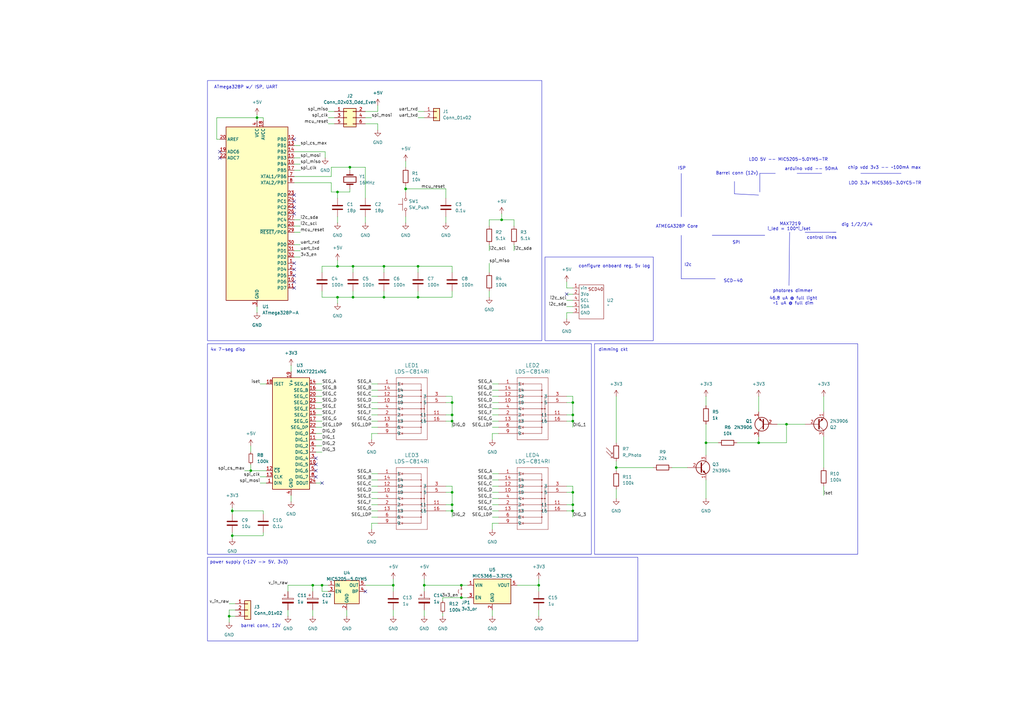
<source format=kicad_sch>
(kicad_sch (version 20231120) (generator "eeschema") (generator_version "8.0")
  (paper "A3")
  (junction (at 128.27 240.03))
  (junction (at 132.08 240.03))
  (junction (at 138.43 78.74))
  (junction (at 185.42 165.1))
  (junction (at 157.48 109.22))
  (junction (at 105.41 48.26))
  (junction (at 189.23 245.11))
  (junction (at 234.95 165.1))
  (junction (at 144.78 109.22))
  (junction (at 138.43 121.92))
  (junction (at 161.29 240.03))
  (junction (at 144.78 121.92))
  (junction (at 93.98 252.73))
  (junction (at 171.45 121.92))
  (junction (at 234.95 172.72))
  (junction (at 166.37 77.47))
  (junction (at 311.15 181.61))
  (junction (at 171.45 109.22))
  (junction (at 185.42 201.93))
  (junction (at 173.99 240.03))
  (junction (at 289.56 181.61))
  (junction (at 185.42 209.55))
  (junction (at 189.23 240.03))
  (junction (at 234.95 201.93))
  (junction (at 95.25 219.71))
  (junction (at 234.95 209.55))
  (junction (at 234.95 170.18))
  (junction (at 252.73 191.77))
  (junction (at 185.42 207.01))
  (junction (at 143.51 68.58))
  (junction (at 157.48 121.92))
  (junction (at 95.25 209.55))
  (junction (at 185.42 170.18))
  (junction (at 138.43 109.22))
  (junction (at 205.74 90.17))
  (junction (at 102.87 193.04))
  (junction (at 185.42 172.72))
  (junction (at 220.98 240.03))
  (junction (at 234.95 207.01))
  (junction (at 322.58 173.99))
  (no_connect (at 120.65 80.01))
  (no_connect (at 129.54 190.5))
  (no_connect (at 129.54 187.96))
  (no_connect (at 120.65 110.49))
  (no_connect (at 90.17 62.23))
  (no_connect (at 120.65 118.11))
  (no_connect (at 132.08 198.12))
  (no_connect (at 120.65 113.03))
  (no_connect (at 120.65 87.63))
  (no_connect (at 149.86 242.57))
  (no_connect (at 90.17 64.77))
  (no_connect (at 120.65 85.09))
  (no_connect (at 120.65 107.95))
  (no_connect (at 120.65 115.57))
  (no_connect (at 120.65 82.55))
  (no_connect (at 232.41 120.65))
  (no_connect (at 129.54 195.58))
  (no_connect (at 120.65 57.15))
  (no_connect (at 129.54 193.04))
  (wire (pts (xy 161.29 240.03) (xy 149.86 240.03)))
  (wire (pts (xy 289.56 181.61) (xy 294.64 181.61)))
  (wire (pts (xy 152.4 175.26) (xy 154.94 175.26)))
  (wire (pts (xy 201.93 209.55) (xy 204.47 209.55)))
  (wire (pts (xy 201.93 160.02) (xy 204.47 160.02)))
  (wire (pts (xy 152.4 207.01) (xy 154.94 207.01)))
  (wire (pts (xy 88.9 57.15) (xy 88.9 48.26)))
  (wire (pts (xy 152.4 165.1) (xy 154.94 165.1)))
  (wire (pts (xy 149.86 68.58) (xy 143.51 68.58)))
  (wire (pts (xy 120.65 92.71) (xy 123.19 92.71)))
  (wire (pts (xy 152.4 199.39) (xy 154.94 199.39)))
  (wire (pts (xy 138.43 121.92) (xy 144.78 121.92)))
  (wire (pts (xy 322.58 181.61) (xy 322.58 173.99)))
  (wire (pts (xy 161.29 250.19) (xy 161.29 252.73)))
  (wire (pts (xy 161.29 240.03) (xy 161.29 242.57)))
  (wire (pts (xy 106.68 198.12) (xy 109.22 198.12)))
  (wire (pts (xy 152.4 214.63) (xy 154.94 214.63)))
  (wire (pts (xy 252.73 191.77) (xy 252.73 193.04)))
  (wire (pts (xy 134.62 45.72) (xy 137.16 45.72)))
  (wire (pts (xy 95.25 218.44) (xy 95.25 219.71)))
  (wire (pts (xy 232.41 115.57) (xy 232.41 118.11)))
  (wire (pts (xy 181.61 246.38) (xy 181.61 245.11)))
  (wire (pts (xy 144.78 119.38) (xy 144.78 121.92)))
  (wire (pts (xy 106.68 157.48) (xy 109.22 157.48)))
  (wire (pts (xy 105.41 125.73) (xy 105.41 128.27)))
  (wire (pts (xy 118.11 240.03) (xy 128.27 240.03)))
  (wire (pts (xy 134.62 242.57) (xy 132.08 242.57)))
  (wire (pts (xy 311.15 162.56) (xy 311.15 168.91)))
  (polyline (pts (xy 301.244 79.502) (xy 311.15 80.01)))
  (wire (pts (xy 189.23 240.03) (xy 191.77 240.03)))
  (wire (pts (xy 95.25 209.55) (xy 95.25 210.82)))
  (wire (pts (xy 152.4 177.8) (xy 152.4 180.34)))
  (wire (pts (xy 120.65 105.41) (xy 123.19 105.41)))
  (wire (pts (xy 128.27 240.03) (xy 128.27 242.57)))
  (wire (pts (xy 201.93 199.39) (xy 204.47 199.39)))
  (wire (pts (xy 234.95 207.01) (xy 234.95 209.55)))
  (wire (pts (xy 143.51 77.47) (xy 143.51 78.74)))
  (wire (pts (xy 102.87 182.88) (xy 102.87 185.42)))
  (wire (pts (xy 157.48 109.22) (xy 157.48 111.76)))
  (wire (pts (xy 157.48 109.22) (xy 171.45 109.22)))
  (wire (pts (xy 152.4 160.02) (xy 154.94 160.02)))
  (wire (pts (xy 232.41 118.11) (xy 234.95 118.11)))
  (wire (pts (xy 96.52 250.19) (xy 93.98 250.19)))
  (wire (pts (xy 232.41 172.72) (xy 234.95 172.72)))
  (polyline (pts (xy 292.1 96.52) (xy 313.69 96.52)))
  (wire (pts (xy 132.08 109.22) (xy 138.43 109.22)))
  (wire (pts (xy 252.73 189.23) (xy 252.73 191.77)))
  (wire (pts (xy 232.41 209.55) (xy 234.95 209.55)))
  (wire (pts (xy 181.61 251.46) (xy 181.61 252.73)))
  (wire (pts (xy 234.95 165.1) (xy 234.95 170.18)))
  (wire (pts (xy 234.95 201.93) (xy 234.95 207.01)))
  (wire (pts (xy 185.42 172.72) (xy 185.42 175.26)))
  (wire (pts (xy 185.42 119.38) (xy 185.42 121.92)))
  (polyline (pts (xy 279.4 96.52) (xy 279.4 114.3)))
  (wire (pts (xy 144.78 121.92) (xy 157.48 121.92)))
  (wire (pts (xy 138.43 121.92) (xy 138.43 124.46)))
  (polyline (pts (xy 353.06 71.12) (xy 369.57 71.12)))
  (wire (pts (xy 157.48 121.92) (xy 171.45 121.92)))
  (wire (pts (xy 154.94 50.8) (xy 154.94 53.34)))
  (wire (pts (xy 152.4 194.31) (xy 154.94 194.31)))
  (wire (pts (xy 129.54 177.8) (xy 132.08 177.8)))
  (wire (pts (xy 205.74 87.63) (xy 205.74 90.17)))
  (wire (pts (xy 205.74 90.17) (xy 200.66 90.17)))
  (wire (pts (xy 152.4 209.55) (xy 154.94 209.55)))
  (wire (pts (xy 182.88 88.9) (xy 182.88 91.44)))
  (wire (pts (xy 289.56 181.61) (xy 289.56 186.69)))
  (wire (pts (xy 138.43 109.22) (xy 144.78 109.22)))
  (wire (pts (xy 120.65 74.93) (xy 135.89 74.93)))
  (wire (pts (xy 138.43 88.9) (xy 138.43 91.44)))
  (wire (pts (xy 134.62 50.8) (xy 137.16 50.8)))
  (wire (pts (xy 93.98 247.65) (xy 96.52 247.65)))
  (wire (pts (xy 100.33 193.04) (xy 102.87 193.04)))
  (wire (pts (xy 182.88 77.47) (xy 182.88 81.28)))
  (wire (pts (xy 120.65 95.25) (xy 123.19 95.25)))
  (wire (pts (xy 129.54 185.42) (xy 132.08 185.42)))
  (wire (pts (xy 191.77 245.11) (xy 189.23 245.11)))
  (wire (pts (xy 311.15 181.61) (xy 322.58 181.61)))
  (wire (pts (xy 138.43 78.74) (xy 138.43 81.28)))
  (polyline (pts (xy 323.85 95.25) (xy 323.596 117.094)))
  (wire (pts (xy 185.42 199.39) (xy 185.42 201.93)))
  (wire (pts (xy 129.54 162.56) (xy 132.08 162.56)))
  (polyline (pts (xy 326.898 71.12) (xy 337.058 71.12)))
  (wire (pts (xy 149.86 50.8) (xy 154.94 50.8)))
  (wire (pts (xy 106.68 195.58) (xy 109.22 195.58)))
  (wire (pts (xy 234.95 199.39) (xy 234.95 201.93)))
  (wire (pts (xy 182.88 165.1) (xy 185.42 165.1)))
  (wire (pts (xy 118.11 250.19) (xy 118.11 252.73)))
  (wire (pts (xy 171.45 45.72) (xy 173.99 45.72)))
  (wire (pts (xy 107.95 48.26) (xy 107.95 49.53)))
  (wire (pts (xy 133.35 62.23) (xy 133.35 64.77)))
  (wire (pts (xy 210.82 90.17) (xy 205.74 90.17)))
  (wire (pts (xy 181.61 245.11) (xy 189.23 245.11)))
  (wire (pts (xy 337.82 162.56) (xy 337.82 168.91)))
  (wire (pts (xy 120.65 100.33) (xy 123.19 100.33)))
  (wire (pts (xy 182.88 162.56) (xy 185.42 162.56)))
  (wire (pts (xy 201.93 177.8) (xy 204.47 177.8)))
  (wire (pts (xy 166.37 77.47) (xy 182.88 77.47)))
  (wire (pts (xy 232.41 123.19) (xy 234.95 123.19)))
  (wire (pts (xy 149.86 48.26) (xy 152.4 48.26)))
  (wire (pts (xy 102.87 190.5) (xy 102.87 193.04)))
  (wire (pts (xy 318.77 173.99) (xy 322.58 173.99)))
  (wire (pts (xy 129.54 175.26) (xy 132.08 175.26)))
  (wire (pts (xy 201.93 167.64) (xy 204.47 167.64)))
  (wire (pts (xy 201.93 214.63) (xy 204.47 214.63)))
  (polyline (pts (xy 279.4 71.12) (xy 279.4 88.9)))
  (wire (pts (xy 138.43 78.74) (xy 135.89 78.74)))
  (wire (pts (xy 171.45 48.26) (xy 173.99 48.26)))
  (wire (pts (xy 311.15 179.07) (xy 311.15 181.61)))
  (wire (pts (xy 134.62 48.26) (xy 137.16 48.26)))
  (wire (pts (xy 232.41 165.1) (xy 234.95 165.1)))
  (wire (pts (xy 152.4 177.8) (xy 154.94 177.8)))
  (wire (pts (xy 185.42 162.56) (xy 185.42 165.1)))
  (wire (pts (xy 129.54 167.64) (xy 132.08 167.64)))
  (wire (pts (xy 201.93 162.56) (xy 204.47 162.56)))
  (polyline (pts (xy 341.63 95.25) (xy 342.9 95.25)))
  (wire (pts (xy 129.54 170.18) (xy 132.08 170.18)))
  (wire (pts (xy 232.41 125.73) (xy 234.95 125.73)))
  (wire (pts (xy 129.54 157.48) (xy 132.08 157.48)))
  (wire (pts (xy 120.65 90.17) (xy 123.19 90.17)))
  (wire (pts (xy 95.25 219.71) (xy 95.25 220.98)))
  (wire (pts (xy 234.95 172.72) (xy 234.95 175.26)))
  (wire (pts (xy 200.66 90.17) (xy 200.66 92.71)))
  (wire (pts (xy 275.59 191.77) (xy 281.94 191.77)))
  (wire (pts (xy 182.88 172.72) (xy 185.42 172.72)))
  (wire (pts (xy 129.54 180.34) (xy 132.08 180.34)))
  (wire (pts (xy 166.37 66.04) (xy 166.37 68.58)))
  (wire (pts (xy 154.94 43.18) (xy 154.94 45.72)))
  (wire (pts (xy 201.93 214.63) (xy 201.93 217.17)))
  (wire (pts (xy 129.54 172.72) (xy 132.08 172.72)))
  (wire (pts (xy 232.41 207.01) (xy 234.95 207.01)))
  (wire (pts (xy 185.42 109.22) (xy 185.42 111.76)))
  (wire (pts (xy 182.88 199.39) (xy 185.42 199.39)))
  (polyline (pts (xy 301.244 74.422) (xy 301.244 79.502)))
  (wire (pts (xy 337.82 179.07) (xy 337.82 191.77)))
  (wire (pts (xy 212.09 240.03) (xy 220.98 240.03)))
  (wire (pts (xy 93.98 252.73) (xy 93.98 255.27)))
  (polyline (pts (xy 279.4 114.3) (xy 293.37 114.3)))
  (wire (pts (xy 120.65 102.87) (xy 123.19 102.87)))
  (wire (pts (xy 135.89 78.74) (xy 135.89 74.93)))
  (wire (pts (xy 201.93 194.31) (xy 204.47 194.31)))
  (wire (pts (xy 152.4 162.56) (xy 154.94 162.56)))
  (wire (pts (xy 118.11 242.57) (xy 118.11 240.03)))
  (wire (pts (xy 182.88 209.55) (xy 185.42 209.55)))
  (wire (pts (xy 129.54 165.1) (xy 132.08 165.1)))
  (wire (pts (xy 142.24 250.19) (xy 142.24 252.73)))
  (wire (pts (xy 201.93 170.18) (xy 204.47 170.18)))
  (wire (pts (xy 185.42 165.1) (xy 185.42 170.18)))
  (wire (pts (xy 234.95 209.55) (xy 234.95 212.09)))
  (wire (pts (xy 105.41 48.26) (xy 107.95 48.26)))
  (wire (pts (xy 201.93 207.01) (xy 204.47 207.01)))
  (wire (pts (xy 132.08 242.57) (xy 132.08 240.03)))
  (wire (pts (xy 201.93 172.72) (xy 204.47 172.72)))
  (wire (pts (xy 166.37 77.47) (xy 166.37 78.74)))
  (wire (pts (xy 232.41 199.39) (xy 234.95 199.39)))
  (wire (pts (xy 166.37 76.2) (xy 166.37 77.47)))
  (wire (pts (xy 210.82 92.71) (xy 210.82 90.17)))
  (wire (pts (xy 182.88 201.93) (xy 185.42 201.93)))
  (wire (pts (xy 138.43 106.68) (xy 138.43 109.22)))
  (wire (pts (xy 143.51 68.58) (xy 143.51 69.85)))
  (wire (pts (xy 232.41 170.18) (xy 234.95 170.18)))
  (wire (pts (xy 152.4 201.93) (xy 154.94 201.93)))
  (wire (pts (xy 95.25 219.71) (xy 107.95 219.71)))
  (wire (pts (xy 210.82 100.33) (xy 210.82 102.87)))
  (wire (pts (xy 232.41 162.56) (xy 234.95 162.56)))
  (wire (pts (xy 252.73 162.56) (xy 252.73 181.61)))
  (wire (pts (xy 144.78 109.22) (xy 157.48 109.22)))
  (wire (pts (xy 132.08 240.03) (xy 134.62 240.03)))
  (wire (pts (xy 201.93 165.1) (xy 204.47 165.1)))
  (wire (pts (xy 120.65 67.31) (xy 123.19 67.31)))
  (wire (pts (xy 120.65 62.23) (xy 133.35 62.23)))
  (wire (pts (xy 157.48 119.38) (xy 157.48 121.92)))
  (wire (pts (xy 171.45 109.22) (xy 171.45 111.76)))
  (wire (pts (xy 173.99 242.57) (xy 173.99 240.03)))
  (wire (pts (xy 232.41 120.65) (xy 234.95 120.65)))
  (polyline (pts (xy 330.2 95.25) (xy 342.9 95.25)))
  (wire (pts (xy 149.86 45.72) (xy 154.94 45.72)))
  (wire (pts (xy 220.98 237.49) (xy 220.98 240.03)))
  (wire (pts (xy 289.56 196.85) (xy 289.56 204.47)))
  (wire (pts (xy 201.93 212.09) (xy 204.47 212.09)))
  (wire (pts (xy 182.88 170.18) (xy 185.42 170.18)))
  (wire (pts (xy 232.41 128.27) (xy 234.95 128.27)))
  (wire (pts (xy 95.25 208.28) (xy 95.25 209.55)))
  (wire (pts (xy 105.41 46.99) (xy 105.41 48.26)))
  (wire (pts (xy 135.89 68.58) (xy 143.51 68.58)))
  (wire (pts (xy 185.42 170.18) (xy 185.42 172.72)))
  (wire (pts (xy 119.38 149.86) (xy 119.38 152.4)))
  (wire (pts (xy 144.78 109.22) (xy 144.78 111.76)))
  (wire (pts (xy 128.27 250.19) (xy 128.27 252.73)))
  (wire (pts (xy 128.27 240.03) (xy 132.08 240.03)))
  (wire (pts (xy 201.93 175.26) (xy 204.47 175.26)))
  (wire (pts (xy 93.98 250.19) (xy 93.98 252.73)))
  (wire (pts (xy 95.25 209.55) (xy 107.95 209.55)))
  (wire (pts (xy 173.99 240.03) (xy 189.23 240.03)))
  (wire (pts (xy 129.54 198.12) (xy 132.08 198.12)))
  (wire (pts (xy 201.93 204.47) (xy 204.47 204.47)))
  (wire (pts (xy 132.08 111.76) (xy 132.08 109.22)))
  (wire (pts (xy 152.4 212.09) (xy 154.94 212.09)))
  (wire (pts (xy 220.98 250.19) (xy 220.98 252.73)))
  (wire (pts (xy 161.29 237.49) (xy 161.29 240.03)))
  (wire (pts (xy 166.37 88.9) (xy 166.37 91.44)))
  (wire (pts (xy 234.95 162.56) (xy 234.95 165.1)))
  (wire (pts (xy 129.54 160.02) (xy 132.08 160.02)))
  (wire (pts (xy 152.4 214.63) (xy 152.4 217.17)))
  (wire (pts (xy 107.95 218.44) (xy 107.95 219.71)))
  (wire (pts (xy 289.56 162.56) (xy 289.56 166.37)))
  (wire (pts (xy 289.56 173.99) (xy 289.56 181.61)))
  (wire (pts (xy 302.26 181.61) (xy 311.15 181.61)))
  (wire (pts (xy 201.93 157.48) (xy 204.47 157.48)))
  (wire (pts (xy 107.95 210.82) (xy 107.95 209.55)))
  (wire (pts (xy 200.66 119.38) (xy 200.66 121.92)))
  (wire (pts (xy 132.08 121.92) (xy 138.43 121.92)))
  (wire (pts (xy 173.99 237.49) (xy 173.99 240.03)))
  (wire (pts (xy 102.87 193.04) (xy 109.22 193.04)))
  (wire (pts (xy 88.9 48.26) (xy 105.41 48.26)))
  (wire (pts (xy 149.86 68.58) (xy 149.86 81.28)))
  (wire (pts (xy 252.73 191.77) (xy 267.97 191.77)))
  (wire (pts (xy 90.17 57.15) (xy 88.9 57.15)))
  (wire (pts (xy 171.45 121.92) (xy 185.42 121.92)))
  (wire (pts (xy 149.86 88.9) (xy 149.86 91.44)))
  (wire (pts (xy 201.93 250.19) (xy 201.93 252.73)))
  (wire (pts (xy 152.4 204.47) (xy 154.94 204.47)))
  (polyline (pts (xy 311.658 78.74) (xy 311.658 71.12)))
  (wire (pts (xy 120.65 64.77) (xy 123.19 64.77)))
  (wire (pts (xy 135.89 72.39) (xy 135.89 68.58)))
  (wire (pts (xy 201.93 177.8) (xy 201.93 180.34)))
  (wire (pts (xy 120.65 59.69) (xy 123.19 59.69)))
  (wire (pts (xy 119.38 203.2) (xy 119.38 205.74)))
  (wire (pts (xy 152.4 167.64) (xy 154.94 167.64)))
  (wire (pts (xy 182.88 207.01) (xy 185.42 207.01)))
  (wire (pts (xy 120.65 72.39) (xy 135.89 72.39)))
  (wire (pts (xy 185.42 207.01) (xy 185.42 209.55)))
  (wire (pts (xy 152.4 157.48) (xy 154.94 157.48)))
  (wire (pts (xy 129.54 182.88) (xy 132.08 182.88)))
  (wire (pts (xy 185.42 201.93) (xy 185.42 207.01)))
  (wire (pts (xy 93.98 252.73) (xy 96.52 252.73)))
  (wire (pts (xy 143.51 78.74) (xy 138.43 78.74)))
  (wire (pts (xy 120.65 69.85) (xy 123.19 69.85)))
  (wire (pts (xy 200.66 107.95) (xy 200.66 111.76)))
  (wire (pts (xy 171.45 119.38) (xy 171.45 121.92)))
  (wire (pts (xy 200.66 100.33) (xy 200.66 102.87)))
  (wire (pts (xy 322.58 173.99) (xy 330.2 173.99)))
  (wire (pts (xy 220.98 240.03) (xy 220.98 242.57)))
  (wire (pts (xy 132.08 119.38) (xy 132.08 121.92)))
  (wire (pts (xy 105.41 48.26) (xy 105.41 49.53)))
  (wire (pts (xy 173.99 250.19) (xy 173.99 252.73)))
  (wire (pts (xy 185.42 209.55) (xy 185.42 212.09)))
  (wire (pts (xy 252.73 200.66) (xy 252.73 204.47)))
  (wire (pts (xy 201.93 201.93) (xy 204.47 201.93)))
  (wire (pts (xy 171.45 109.22) (xy 185.42 109.22)))
  (wire (pts (xy 337.82 199.39) (xy 337.82 203.2)))
  (wire (pts (xy 152.4 196.85) (xy 154.94 196.85)))
  (wire (pts (xy 201.93 196.85) (xy 204.47 196.85)))
  (polyline (pts (xy 311.658 71.12) (xy 318.008 71.12)))
  (wire (pts (xy 232.41 128.27) (xy 232.41 130.81)))
  (wire (pts (xy 234.95 170.18) (xy 234.95 172.72)))
  (wire (pts (xy 152.4 172.72) (xy 154.94 172.72)))
  (wire (pts (xy 152.4 170.18) (xy 154.94 170.18)))
  (wire (pts (xy 232.41 201.93) (xy 234.95 201.93)))
  (rectangle (start 243.84 140.97) (end 351.79 227.33))
  (rectangle (start 85.09 228.6) (end 261.62 262.89))
  (rectangle (start 85.09 140.97) (end 242.57 227.33))
  (rectangle (start 223.52 105.41) (end 267.97 139.7))
  (rectangle (start 85.09 33.02) (end 222.25 139.7))
  (text "power supply (~12V -> 5V, 3v3)" (at 102.108 230.632 0) (effects (font (size 1.27 1.27))))
  (text "i_led = 100*i_iset" (at 323.596 93.98 0) (effects (font (size 1.27 1.27))))
  (text "I2c" (at 282.194 108.712 0) (effects (font (size 1.27 1.27))))
  (text "control lines" (at 337.058 97.536 0) (effects (font (size 1.27 1.27))))
  (text "4x 7-seg disp" (at 93.472 143.51 0) (effects (font (size 1.27 1.27))))
  (text "dig 1/2/3/4" (at 351.536 92.202 0) (effects (font (size 1.27 1.27))))
  (text "dimming ckt" (at 251.46 143.51 0) (effects (font (size 1.27 1.27))))
  (text "barrel conn, 12V" (at 106.934 256.794 0) (effects (font (size 1.27 1.27))))
  (text "LDO 3.3v MIC5365-3.0YC5-TR" (at 362.966 75.184 0) (effects (font (size 1.27 1.27))))
  (text "46.8 uA @ full light\n~1 uA @ full dim" (at 325.374 123.444 0) (effects (font (size 1.27 1.27))))
  (text "ATMEGA328P Core" (at 277.622 92.964 0) (effects (font (size 1.27 1.27))))
  (text "photores dimmer" (at 325.12 119.38 0) (effects (font (size 1.27 1.27))))
  (text "Barrel conn (12v)" (at 302.26 71.12 0) (effects (font (size 1.27 1.27))))
  (text "LDO 5V -- MIC5205-5.0YM5-TR" (at 323.342 65.532 0) (effects (font (size 1.27 1.27))))
  (text "configure onboard reg, 5v log" (at 251.968 109.22 0) (effects (font (size 1.27 1.27))))
  (text "SCD-40" (at 300.736 115.316 0) (effects (font (size 1.27 1.27))))
  (text "chip vdd 3v3 -- ~100mA max" (at 362.712 68.834 0) (effects (font (size 1.27 1.27))))
  (text "ATmega328P w/ ISP, UART" (at 100.838 35.814 0) (effects (font (size 1.27 1.27))))
  (text "MAX7219" (at 324.104 91.948 0) (effects (font (size 1.27 1.27))))
  (text "ISP" (at 279.654 69.088 0) (effects (font (size 1.27 1.27))))
  (text "SPI" (at 302.006 99.568 0) (effects (font (size 1.27 1.27))))
  (text "arduino vdd -- 50mA" (at 332.74 69.342 0) (effects (font (size 1.27 1.27))))
  (label "SEG_B" (at 201.93 196.85 180))
  (label "v_in_raw" (at 118.11 240.03 180))
  (label "spi_miso" (at 200.66 107.95 0))
  (label "i2c_sda" (at 123.19 90.17 0))
  (label "SEG_A" (at 152.4 157.48 180))
  (label "SEG_E" (at 201.93 167.64 180))
  (label "SEG_D" (at 132.08 165.1 0))
  (label "DIG_3" (at 234.95 212.09 0))
  (label "SEG_B" (at 152.4 160.02 180))
  (label "SEG_B" (at 132.08 160.02 0))
  (label "SEG_E" (at 201.93 204.47 180))
  (label "SEG_A" (at 132.08 157.48 0))
  (label "uart_txd" (at 123.19 102.87 0))
  (label "3v3_en" (at 123.19 105.41 0))
  (label "SEG_G" (at 152.4 172.72 180))
  (label "spi_cs_max" (at 100.33 193.04 180))
  (label "iset" (at 337.82 203.2 0))
  (label "DIG_3" (at 132.08 185.42 0))
  (label "SEG_LDP" (at 201.93 175.26 180))
  (label "SEG_F" (at 152.4 207.01 180))
  (label "SEG_D" (at 152.4 201.93 180))
  (label "mcu_reset" (at 123.19 95.25 0))
  (label "SEG_F" (at 152.4 170.18 180))
  (label "spi_miso" (at 134.62 45.72 180))
  (label "SEG_G" (at 201.93 209.55 180))
  (label "SEG_E" (at 152.4 204.47 180))
  (label "SEG_C" (at 132.08 162.56 0))
  (label "uart_txd" (at 171.45 48.26 180))
  (label "mcu_reset" (at 172.72 77.47 0))
  (label "i2c_scl" (at 200.66 102.87 0))
  (label "uart_rxd" (at 123.19 100.33 0))
  (label "spi_cs_max" (at 123.19 59.69 0))
  (label "3v3_en" (at 187.96 245.11 180))
  (label "iset" (at 106.68 157.48 180))
  (label "SEG_LDP" (at 152.4 212.09 180))
  (label "i2c_sda" (at 210.82 102.87 0))
  (label "SEG_LDP" (at 201.93 212.09 180))
  (label "DIG_1" (at 132.08 180.34 0))
  (label "SEG_D" (at 152.4 165.1 180))
  (label "spi_mosi" (at 106.68 198.12 180))
  (label "SEG_D" (at 201.93 165.1 180))
  (label "SEG_F" (at 201.93 207.01 180))
  (label "DIG_2" (at 132.08 182.88 0))
  (label "SEG_G" (at 132.08 172.72 0))
  (label "SEG_LDP" (at 152.4 175.26 180))
  (label "SEG_B" (at 201.93 160.02 180))
  (label "SEG_C" (at 201.93 199.39 180))
  (label "spi_mosi" (at 123.19 64.77 0))
  (label "spi_clk" (at 106.68 195.58 180))
  (label "SEG_F" (at 201.93 170.18 180))
  (label "uart_rxd" (at 171.45 45.72 180))
  (label "SEG_E" (at 152.4 167.64 180))
  (label "DIG_2" (at 185.42 212.09 0))
  (label "DIG_0" (at 185.42 175.26 0))
  (label "i2c_sda" (at 232.41 125.73 180))
  (label "SEG_C" (at 152.4 199.39 180))
  (label "spi_mosi" (at 152.4 48.26 0))
  (label "SEG_C" (at 201.93 162.56 180))
  (label "DIG_1" (at 234.95 175.26 0))
  (label "SEG_G" (at 201.93 172.72 180))
  (label "SEG_F" (at 132.08 170.18 0))
  (label "SEG_LDP" (at 132.08 175.26 0))
  (label "SEG_D" (at 201.93 201.93 180))
  (label "spi_clk" (at 123.19 69.85 0))
  (label "SEG_A" (at 152.4 194.31 180))
  (label "SEG_A" (at 201.93 194.31 180))
  (label "SEG_G" (at 152.4 209.55 180))
  (label "spi_clk" (at 134.62 48.26 180))
  (label "v_in_raw" (at 93.98 247.65 180))
  (label "mcu_reset" (at 134.62 50.8 180))
  (label "SEG_A" (at 201.93 157.48 180))
  (label "DIG_0" (at 132.08 177.8 0))
  (label "i2c_scl" (at 232.41 123.19 180))
  (label "spi_miso" (at 123.19 67.31 0))
  (label "i2c_scl" (at 123.19 92.71 0))
  (label "SEG_E" (at 132.08 167.64 0))
  (label "SEG_B" (at 152.4 196.85 180))
  (label "SEG_C" (at 152.4 162.56 180))
  (symbol (lib_id "power:+3V3") (at 252.73 162.56 0) (unit 1)
    (property "Reference" "#PWR018" (effects (hide yes)))
    (property "Value" "+3V3" (at 252.73 157.48 0))
    (property "Description" "Power symbol creates a global label with name \"+3V3\"" (effects (hide yes)))
  )
  (symbol (lib_id "Device:Crystal") (at 143.51 73.66 90) (unit 1)
    (property "Reference" "Y1" (at 147.32 72.3899 90) (effects (justify right)))
    (property "Value" "16MHz" (at 147.32 74.9299 90) (effects (justify right)))
    (property "Footprint" "inv_footprints:XTAL_ECS-160-18-23A-EN-TR" (effects (hide yes)))
    (property "Description" "Two pin crystal" (effects (hide yes)))
    (property "stock_idx" "00028 " (effects (hide yes)))
    (property "Digikey" "https://www.digikey.com/en/products/detail/ecs-inc/ECS-160-18-23A-EN-TR/2213741" (effects (hide yes)))
  )
  (symbol (lib_id "power:GND") (at 93.98 255.27 0) (unit 1)
    (property "Reference" "#PWR043" (effects (hide yes)))
    (property "Value" "GND" (at 93.98 260.35 0))
    (property "Description" "Power symbol creates a global label with name \"GND\" , ground" (effects (hide yes)))
  )
  (symbol (lib_id "power:+3V3") (at 95.25 208.28 0) (unit 1)
    (property "Reference" "#PWR028" (effects (hide yes)))
    (property "Value" "+3V3" (at 95.25 203.2 0))
    (property "Description" "Power symbol creates a global label with name \"+3V3\"" (effects (hide yes)))
  )
  (symbol (lib_id "power:GND") (at 201.93 180.34 0) (unit 1)
    (property "Reference" "#PWR023" (effects (hide yes)))
    (property "Value" "GND" (at 201.93 185.42 0))
    (property "Description" "Power symbol creates a global label with name \"GND\" , ground" (effects (hide yes)))
  )
  (symbol (lib_id "inv_symbols:LDS-C814RI") (at 154.94 157.48 0) (unit 1)
    (property "Reference" "LED1" (at 168.91 149.86 0) (effects (font (size 1.524 1.524))))
    (property "Value" "LDS-C814RI" (at 168.91 152.4 0) (effects (font (size 1.524 1.524))))
    (property "Footprint" "inv_footprints:LDS-C814RI_LUM" (effects (hide yes)))
    (property "Datasheet" "LDS-C814RI" (effects (hide yes)))
    (property "stock_idx" "00050 " (effects (hide yes)))
    (property "Digikey" "https://www.digikey.com/en/products/detail/lumex-opto-components-inc/LDS-C814RI/252593" (effects (hide yes)))
  )
  (symbol (lib_id "Device:R") (at 298.45 181.61 90) (unit 1)
    (property "Reference" "R6" (at 298.45 175.26 90))
    (property "Value" "10k" (at 298.45 177.8 90))
    (property "Footprint" "Resistor_SMD:R_0805_2012Metric_Pad1.20x1.40mm_HandSolder" (effects (hide yes)))
    (property "Description" "Resistor" (effects (hide yes)))
    (property "stock_idx" "00051 " (effects (hide yes)))
    (property "Digikey" "https://www.digikey.com/en/products/detail/yageo/RC0805FR-0710KL/727535" (effects (hide yes)))
  )
  (symbol (lib_id "power:+5V") (at 102.87 182.88 0) (unit 1)
    (property "Reference" "#PWR024" (effects (hide yes)))
    (property "Value" "+5V" (at 102.87 177.8 0))
    (property "Description" "Power symbol creates a global label with name \"+5V\"" (effects (hide yes)))
  )
  (symbol (lib_id "Connector_Generic:Conn_01x02") (at 179.07 45.72 0) (unit 1)
    (property "Reference" "J1" (at 181.61 45.7199 0) (effects (justify left)))
    (property "Value" "Conn_01x02" (at 181.61 48.2599 0) (effects (justify left)))
    (property "Footprint" "Connector_PinHeader_2.54mm:PinHeader_1x02_P2.54mm_Vertical" (effects (hide yes)))
    (property "Description" "Generic connector, single row, 01x02, script generated (kicad-library-utils/schlib/autogen/connector/)" (effects (hide yes)))
    (property "stock_idx" "1" (effects (hide yes)))
  )
  (symbol (lib_id "Connector_Generic:Conn_01x03") (at 101.6 250.19 0) (unit 1)
    (property "Reference" "J3" (at 104.14 248.9199 0) (effects (justify left)))
    (property "Value" "Conn_01x02" (at 104.14 251.4599 0) (effects (justify left)))
    (property "Footprint" "inv_footprints:MPD_EJ508A" (effects (hide yes)))
    (property "Description" "Generic connector, single row, 01x03, script generated (kicad-library-utils/schlib/autogen/connector/)" (effects (hide yes)))
    (property "stock_idx" "00069 " (effects (hide yes)))
    (property "Digikey" "https://www.digikey.com/en/products/detail/mpd-memory-protection-devices/EJ508A/2439547" (effects (hide yes)))
  )
  (symbol (lib_id "power:+5V") (at 105.41 46.99 0) (unit 1)
    (property "Reference" "#PWR02" (effects (hide yes)))
    (property "Value" "+5V" (at 105.41 41.91 0))
    (property "Description" "Power symbol creates a global label with name \"+5V\"" (effects (hide yes)))
  )
  (symbol (lib_id "Switch:SW_Push") (at 166.37 83.82 90) (unit 1)
    (property "Reference" "SW1" (at 167.64 82.5499 90) (effects (justify right)))
    (property "Value" "SW_Push" (at 167.64 85.0899 90) (effects (justify right)))
    (property "Footprint" "inv_footprints:SKQGADE010" (effects (hide yes)))
    (property "Description" "Push button switch, generic, two pins" (effects (hide yes)))
    (property "stock_idx" "00044 " (effects (hide yes)))
    (property "Digikey" "https://www.digikey.com/en/products/detail/c-k/RS-187R05A2-DS-MT-RT/2747186" (effects (hide yes)))
  )
  (symbol (lib_id "power:+3V3") (at 289.56 162.56 0) (unit 1)
    (property "Reference" "#PWR019" (effects (hide yes)))
    (property "Value" "+3V3" (at 289.56 157.48 0))
    (property "Description" "Power symbol creates a global label with name \"+3V3\"" (effects (hide yes)))
  )
  (symbol (lib_id "power:+5V") (at 166.37 66.04 0) (unit 1)
    (property "Reference" "#PWR05" (effects (hide yes)))
    (property "Value" "+5V" (at 166.37 60.96 0))
    (property "Description" "Power symbol creates a global label with name \"+5V\"" (effects (hide yes)))
  )
  (symbol (lib_id "Device:R") (at 289.56 170.18 0) (unit 1)
    (property "Reference" "R5" (at 292.1 168.9099 0) (effects (justify left)))
    (property "Value" "1k" (at 292.1 171.4499 0) (effects (justify left)))
    (property "Footprint" "Resistor_SMD:R_0805_2012Metric_Pad1.20x1.40mm_HandSolder" (effects (hide yes)))
    (property "Description" "Resistor" (effects (hide yes)))
    (property "stock_idx" "00056 " (effects (hide yes)))
    (property "Digikey" "https://www.digikey.com/en/products/detail/yageo/RC0805FR-071KL/727444" (effects (hide yes)))
  )
  (symbol (lib_id "Regulator_Linear:MIC5366-3.3YC5") (at 201.93 242.57 0) (unit 1)
    (property "Reference" "U5" (at 201.93 233.68 0))
    (property "Value" "MIC5366-3.3YC5" (at 201.93 236.22 0))
    (property "Footprint" "Package_TO_SOT_SMD:SOT-353_SC-70-5" (effects (hide yes)))
    (property "Datasheet" "http://ww1.microchip.com/downloads/en/DeviceDoc/mic5365.pdf" (effects (hide yes)))
    (property "Description" "150mA Low-dropout Voltage Regulator, Vout 3.3V, Output discharge circuit, Vin up to 5.5V, SC-70-5" (effects (hide yes)))
    (property "stock_idx" "00067 " (effects (hide yes)))
    (property "Digikey" "https://www.digikey.com/en/products/detail/microchip-technology/MIC5366-3-3YC5-TR/1868116 " (effects (hide yes)))
  )
  (symbol (lib_id "Device:C") (at 132.08 115.57 0) (unit 1)
    (property "Reference" "C4" (at 135.89 114.2999 0) (effects (justify left)))
    (property "Value" "100n" (at 135.89 116.8399 0) (effects (justify left)))
    (property "Footprint" "Capacitor_SMD:C_0805_2012Metric_Pad1.18x1.45mm_HandSolder" (effects (hide yes)))
    (property "Description" "Unpolarized capacitor" (effects (hide yes)))
    (property "stock_idx" "00011 " (effects (hide yes)))
    (property "Digikey" "https://www.digikey.com/en/products/detail/samsung-electro-mechanics/CL21B104KBCNFNC/3888102" (effects (hide yes)))
  )
  (symbol (lib_id "power:GND") (at 181.61 252.73 0) (unit 1)
    (property "Reference" "#PWR040" (effects (hide yes)))
    (property "Value" "GND" (at 181.61 257.81 0))
    (property "Description" "Power symbol creates a global label with name \"GND\" , ground" (effects (hide yes)))
  )
  (symbol (lib_id "power:GND") (at 142.24 252.73 0) (unit 1)
    (property "Reference" "#PWR037" (effects (hide yes)))
    (property "Value" "GND" (at 142.24 257.81 0))
    (property "Description" "Power symbol creates a global label with name \"GND\" , ground" (effects (hide yes)))
  )
  (symbol (lib_id "Device:C") (at 107.95 214.63 0) (unit 1)
    (property "Reference" "C10" (at 111.76 213.3599 0) (effects (justify left)))
    (property "Value" "0.1u" (at 111.76 215.8999 0) (effects (justify left)))
    (property "Footprint" "Capacitor_SMD:C_0805_2012Metric_Pad1.18x1.45mm_HandSolder" (effects (hide yes)))
    (property "Description" "Unpolarized capacitor" (effects (hide yes)))
    (property "stock_idx" "00002 " (effects (hide yes)))
    (property "Digikey" "https://www.digikey.com/en/products/detail/yageo/CC0805KRX7R9BB104/302874" (effects (hide yes)))
  )
  (symbol (lib_id "Regulator_Linear:MIC5205-5.0YM5") (at 142.24 242.57 0) (unit 1)
    (property "Reference" "U4" (at 142.24 234.95 0))
    (property "Value" "MIC5205-5.0YM5" (at 142.24 237.49 0))
    (property "Footprint" "Package_TO_SOT_SMD:SOT-23-5" (effects (hide yes)))
    (property "Datasheet" "http://ww1.microchip.com/downloads/en/DeviceDoc/20005785A.pdf" (effects (hide yes)))
    (property "Description" "150mA low dropout linear regulator, fixed 5.0V output, SOT-23-5" (effects (hide yes)))
    (property "stock_idx" "00066 " (effects (hide yes)))
    (property "Digikey" "https://www.digikey.com/en/products/detail/microchip-technology/MIC5205-5-0YM5-TR/771730 " (effects (hide yes)))
  )
  (symbol (lib_id "power:GND") (at 252.73 204.47 0) (unit 1)
    (property "Reference" "#PWR025" (effects (hide yes)))
    (property "Value" "GND" (at 252.73 209.55 0))
    (property "Description" "Power symbol creates a global label with name \"GND\" , ground" (effects (hide yes)))
  )
  (symbol (lib_id "power:GND") (at 138.43 91.44 0) (unit 1)
    (property "Reference" "#PWR07" (effects (hide yes)))
    (property "Value" "GND" (at 138.43 96.52 0))
    (property "Description" "Power symbol creates a global label with name \"GND\" , ground" (effects (hide yes)))
  )
  (symbol (lib_id "Device:C") (at 161.29 246.38 0) (unit 1)
    (property "Reference" "C13" (at 165.1 245.1099 0) (effects (justify left)))
    (property "Value" "1u" (at 165.1 247.6499 0) (effects (justify left)))
    (property "Footprint" "Capacitor_SMD:C_0805_2012Metric_Pad1.18x1.45mm_HandSolder" (effects (hide yes)))
    (property "Description" "Unpolarized capacitor" (effects (hide yes)))
    (property "stock_idx" "00004 " (effects (hide yes)))
    (property "Digikey" "https://www.digikey.com/en/products/detail/samsung-electro-mechanics/CL21B105KAFNNNE/3886724 " (effects (hide yes)))
  )
  (symbol (lib_id "Device:R") (at 271.78 191.77 90) (unit 1)
    (property "Reference" "R9" (at 271.78 185.42 90))
    (property "Value" "22k" (at 271.78 187.96 90))
    (property "Footprint" "Resistor_SMD:R_0805_2012Metric_Pad1.20x1.40mm_HandSolder" (effects (hide yes)))
    (property "Description" "Resistor" (effects (hide yes)))
    (property "stock_idx" "00065 " (effects (hide yes)))
    (property "Digikey" "https://www.digikey.com/en/products/detail/stackpole-electronics-inc/RMCF0805FT22K1/1760211" (effects (hide yes)))
  )
  (symbol (lib_id "Device:C") (at 157.48 115.57 0) (unit 1)
    (property "Reference" "C6" (at 161.29 114.2999 0) (effects (justify left)))
    (property "Value" "100n" (at 161.29 116.8399 0) (effects (justify left)))
    (property "Footprint" "Capacitor_SMD:C_0805_2012Metric_Pad1.18x1.45mm_HandSolder" (effects (hide yes)))
    (property "Description" "Unpolarized capacitor" (effects (hide yes)))
    (property "stock_idx" "00011 " (effects (hide yes)))
    (property "Digikey" "https://www.digikey.com/en/products/detail/samsung-electro-mechanics/CL21B104KBCNFNC/3888102" (effects (hide yes)))
  )
  (symbol (lib_id "Device:R") (at 337.82 195.58 0) (unit 1)
    (property "Reference" "R10" (at 340.36 194.3099 0) (effects (justify left)))
    (property "Value" "100k" (at 340.36 196.8499 0) (effects (justify left)))
    (property "Footprint" "Resistor_SMD:R_0805_2012Metric_Pad1.20x1.40mm_HandSolder" (effects (hide yes)))
    (property "Description" "Resistor" (effects (hide yes)))
    (property "stock_idx" "00054 " (effects (hide yes)))
    (property "Digikey" "https://www.digikey.com/en/products/detail/yageo/RC0805FR-07100KL/727544" (effects (hide yes)))
  )
  (symbol (lib_id "power:+5V") (at 205.74 87.63 0) (unit 1)
    (property "Reference" "#PWR06" (effects (hide yes)))
    (property "Value" "+5V" (at 205.74 82.55 0))
    (property "Description" "Power symbol creates a global label with name \"+5V\"" (effects (hide yes)))
  )
  (symbol (lib_id "Device:R_Small") (at 181.61 248.92 0) (unit 1)
    (property "Reference" "R12" (at 184.15 247.6499 0) (effects (justify left)))
    (property "Value" "100k" (at 184.15 250.1899 0) (effects (justify left)))
    (property "Footprint" "Resistor_SMD:R_0805_2012Metric_Pad1.20x1.40mm_HandSolder" (effects (hide yes)))
    (property "Description" "Resistor, small symbol" (effects (hide yes)))
    (property "stock_idx" "00054 " (effects (hide yes)))
    (property "Digikey" "https://www.digikey.com/en/products/detail/yageo/RC0805FR-07100KL/727544" (effects (hide yes)))
  )
  (symbol (lib_id "power:GND") (at 201.93 252.73 0) (unit 1)
    (property "Reference" "#PWR041" (effects (hide yes)))
    (property "Value" "GND" (at 201.93 257.81 0))
    (property "Description" "Power symbol creates a global label with name \"GND\" , ground" (effects (hide yes)))
  )
  (symbol (lib_id "inv_symbols:LDS-C814RI") (at 204.47 157.48 0) (unit 1)
    (property "Reference" "LED2" (at 218.44 149.86 0) (effects (font (size 1.524 1.524))))
    (property "Value" "LDS-C814RI" (at 218.44 152.4 0) (effects (font (size 1.524 1.524))))
    (property "Footprint" "inv_footprints:LDS-C814RI_LUM" (effects (hide yes)))
    (property "Datasheet" "LDS-C814RI" (effects (hide yes)))
    (property "stock_idx" "00050 " (effects (hide yes)))
    (property "Digikey" "https://www.digikey.com/en/products/detail/lumex-opto-components-inc/LDS-C814RI/252593" (effects (hide yes)))
  )
  (symbol (lib_id "power:GND") (at 95.25 220.98 0) (unit 1)
    (property "Reference" "#PWR031" (effects (hide yes)))
    (property "Value" "GND" (at 95.25 226.06 0))
    (property "Description" "Power symbol creates a global label with name \"GND\" , ground" (effects (hide yes)))
  )
  (symbol (lib_id "Device:C_Polarized") (at 173.99 246.38 0) (unit 1)
    (property "Reference" "C14" (at 177.8 244.2209 0) (effects (justify left)))
    (property "Value" "1u" (at 177.8 246.7609 0) (effects (justify left)))
    (property "Footprint" "Capacitor_SMD:C_0805_2012Metric_Pad1.18x1.45mm_HandSolder" (effects (hide yes)))
    (property "Description" "Polarized capacitor" (effects (hide yes)))
    (property "stock_idx" "00068 " (effects (hide yes)))
    (property "Digikey" "https://www.digikey.com/en/products/detail/kyocera-avx/F921A105MPA/4005075 " (effects (hide yes)))
  )
  (symbol (lib_id "power:GND") (at 201.93 217.17 0) (unit 1)
    (property "Reference" "#PWR030" (effects (hide yes)))
    (property "Value" "GND" (at 201.93 222.25 0))
    (property "Description" "Power symbol creates a global label with name \"GND\" , ground" (effects (hide yes)))
  )
  (symbol (lib_id "Device:R_Small") (at 102.87 187.96 0) (unit 1)
    (property "Reference" "R8" (at 105.41 186.6899 0) (effects (justify left)))
    (property "Value" "100k" (at 105.41 189.2299 0) (effects (justify left)))
    (property "Footprint" "Resistor_SMD:R_0805_2012Metric_Pad1.20x1.40mm_HandSolder" (effects (hide yes)))
    (property "Description" "Resistor, small symbol" (effects (hide yes)))
    (property "stock_idx" "00054 " (effects (hide yes)))
    (property "Digikey" "https://www.digikey.com/en/products/detail/yageo/RC0805FR-07100KL/727544" (effects (hide yes)))
  )
  (symbol (lib_id "Driver_LED:MAX7221xNG") (at 119.38 177.8 0) (unit 1)
    (property "Reference" "U3" (at 121.5741 149.86 0) (effects (justify left)))
    (property "Value" "MAX7221xNG" (at 121.5741 152.4 0) (effects (justify left)))
    (property "Footprint" "Package_DIP:DIP-24_W7.62mm_Socket" (effects (hide yes)))
    (property "Datasheet" "https://datasheets.maximintegrated.com/en/ds/MAX7219-MAX7221.pdf" (effects (hide yes)))
    (property "Description" "Serially Interfaced, 8-Digit LED Display Driver, PDIP-24" (effects (hide yes)))
    (property "stock_idx" "00039 " (effects (hide yes)))
    (property "Digikey" "https://www.digikey.com/en/products/detail/analog-devices-inc-maxim-integrated/MAX7219ENG/774127" (effects (hide yes)))
  )
  (symbol (lib_id "power:+5V") (at 232.41 115.57 0) (unit 1)
    (property "Reference" "#PWR012" (effects (hide yes)))
    (property "Value" "+5V" (at 232.41 110.49 0))
    (property "Description" "Power symbol creates a global label with name \"+5V\"" (effects (hide yes)))
  )
  (symbol (lib_id "power:GND") (at 128.27 252.73 0) (unit 1)
    (property "Reference" "#PWR036" (effects (hide yes)))
    (property "Value" "GND" (at 128.27 257.81 0))
    (property "Description" "Power symbol creates a global label with name \"GND\" , ground" (effects (hide yes)))
  )
  (symbol (lib_id "Device:R") (at 252.73 196.85 0) (unit 1)
    (property "Reference" "R11" (at 255.27 195.5799 0) (effects (justify left)))
    (property "Value" "100k" (at 255.27 198.1199 0) (effects (justify left)))
    (property "Footprint" "Resistor_SMD:R_0805_2012Metric_Pad1.20x1.40mm_HandSolder" (effects (hide yes)))
    (property "Description" "Resistor" (effects (hide yes)))
    (property "stock_idx" "00054 " (effects (hide yes)))
    (property "Digikey" "https://www.digikey.com/en/products/detail/yageo/RC0805FR-07100KL/727544" (effects (hide yes)))
  )
  (symbol (lib_id "Transistor_BJT:2N3906") (at 335.28 173.99 0) (mirror x) (unit 1)
    (property "Reference" "Q2" (at 340.36 175.2601 0) (effects (justify left)))
    (property "Value" "2N3906" (at 340.36 172.7201 0) (effects (justify left)))
    (property "Footprint" "Package_TO_SOT_THT:TO-92_Inline" (effects (hide yes)))
    (property "Datasheet" "https://www.onsemi.com/pub/Collateral/2N3906-D.PDF" (effects (hide yes)))
    (property "Description" "-0.2A Ic, -40V Vce, Small Signal PNP Transistor, TO-92" (effects (hide yes)))
    (property "stock_idx" "00040 " (effects (hide yes)))
    (property "Digikey" "https://www.digikey.com/en/products/detail/onsemi/2N3906BU/1414" (effects (hide yes)))
  )
  (symbol (lib_id "power:GND") (at 152.4 217.17 0) (unit 1)
    (property "Reference" "#PWR029" (effects (hide yes)))
    (property "Value" "GND" (at 152.4 222.25 0))
    (property "Description" "Power symbol creates a global label with name \"GND\" , ground" (effects (hide yes)))
  )
  (symbol (lib_id "power:GND") (at 173.99 252.73 0) (unit 1)
    (property "Reference" "#PWR039" (effects (hide yes)))
    (property "Value" "GND" (at 173.99 257.81 0))
    (property "Description" "Power symbol creates a global label with name \"GND\" , ground" (effects (hide yes)))
  )
  (symbol (lib_id "Device:C") (at 144.78 115.57 0) (unit 1)
    (property "Reference" "C5" (at 148.59 114.2999 0) (effects (justify left)))
    (property "Value" "100n" (at 148.59 116.8399 0) (effects (justify left)))
    (property "Footprint" "Capacitor_SMD:C_0805_2012Metric_Pad1.18x1.45mm_HandSolder" (effects (hide yes)))
    (property "Description" "Unpolarized capacitor" (effects (hide yes)))
    (property "stock_idx" "00011 " (effects (hide yes)))
    (property "Digikey" "https://www.digikey.com/en/products/detail/samsung-electro-mechanics/CL21B104KBCNFNC/3888102" (effects (hide yes)))
  )
  (symbol (lib_id "power:+5V") (at 173.99 237.49 0) (unit 1)
    (property "Reference" "#PWR033" (effects (hide yes)))
    (property "Value" "+5V" (at 173.99 232.41 0))
    (property "Description" "Power symbol creates a global label with name \"+5V\"" (effects (hide yes)))
  )
  (symbol (lib_id "Device:R_Photo") (at 252.73 185.42 0) (unit 1)
    (property "Reference" "R7" (at 255.27 184.1499 0) (effects (justify left)))
    (property "Value" "R_Photo" (at 255.27 186.6899 0) (effects (justify left)))
    (property "Footprint" "OptoDevice:R_LDR_5.1x4.3mm_P3.4mm_Vertical" (effects (hide yes)))
    (property "Description" "Photoresistor" (effects (hide yes)))
    (property "stock_idx" "00038 " (effects (hide yes)))
    (property "Digikey" "https://www.digikey.com/en/products/detail/advanced-photonix/PDV-P9008/480625" (effects (hide yes)))
  )
  (symbol (lib_id "power:+5V") (at 154.94 43.18 0) (unit 1)
    (property "Reference" "#PWR01" (effects (hide yes)))
    (property "Value" "+5V" (at 154.94 38.1 0))
    (property "Description" "Power symbol creates a global label with name \"+5V\"" (effects (hide yes)))
  )
  (symbol (lib_id "Transistor_BJT:2N3904") (at 287.02 191.77 0) (unit 1)
    (property "Reference" "Q3" (at 292.1 190.4999 0) (effects (justify left)))
    (property "Value" "2N3904" (at 292.1 193.0399 0) (effects (justify left)))
    (property "Footprint" "Package_TO_SOT_THT:TO-92_Inline" (effects (hide yes)))
    (property "Datasheet" "https://www.onsemi.com/pub/Collateral/2N3903-D.PDF" (effects (hide yes)))
    (property "Description" "0.2A Ic, 40V Vce, Small Signal NPN Transistor, TO-92" (effects (hide yes)))
    (property "stock_idx" "00036 " (effects (hide yes)))
    (property "Digikey" "https://www.digikey.com/en/products/detail/onsemi/2N3904BU/1413" (effects (hide yes)))
  )
  (symbol (lib_id "power:GND") (at 152.4 180.34 0) (unit 1)
    (property "Reference" "#PWR022" (effects (hide yes)))
    (property "Value" "GND" (at 152.4 185.42 0))
    (property "Description" "Power symbol creates a global label with name \"GND\" , ground" (effects (hide yes)))
  )
  (symbol (lib_id "inv_symbols:LDS-C814RI") (at 154.94 194.31 0) (unit 1)
    (property "Reference" "LED3" (at 168.91 186.69 0) (effects (font (size 1.524 1.524))))
    (property "Value" "LDS-C814RI" (at 168.91 189.23 0) (effects (font (size 1.524 1.524))))
    (property "Footprint" "inv_footprints:LDS-C814RI_LUM" (effects (hide yes)))
    (property "Datasheet" "LDS-C814RI" (effects (hide yes)))
    (property "stock_idx" "00050 " (effects (hide yes)))
    (property "Digikey" "https://www.digikey.com/en/products/detail/lumex-opto-components-inc/LDS-C814RI/252593" (effects (hide yes)))
  )
  (symbol (lib_id "power:GND") (at 119.38 205.74 0) (unit 1)
    (property "Reference" "#PWR027" (effects (hide yes)))
    (property "Value" "GND" (at 119.38 210.82 0))
    (property "Description" "Power symbol creates a global label with name \"GND\" , ground" (effects (hide yes)))
  )
  (symbol (lib_id "power:GND") (at 149.86 91.44 0) (unit 1)
    (property "Reference" "#PWR08" (effects (hide yes)))
    (property "Value" "GND" (at 149.86 96.52 0))
    (property "Description" "Power symbol creates a global label with name \"GND\" , ground" (effects (hide yes)))
  )
  (symbol (lib_id "power:+5V") (at 138.43 106.68 0) (unit 1)
    (property "Reference" "#PWR011" (effects (hide yes)))
    (property "Value" "+5V" (at 138.43 101.6 0))
    (property "Description" "Power symbol creates a global label with name \"+5V\"" (effects (hide yes)))
  )
  (symbol (lib_id "Device:C_Polarized") (at 118.11 246.38 0) (unit 1)
    (property "Reference" "C11" (at 121.92 244.2209 0) (effects (justify left)))
    (property "Value" "1u" (at 121.92 246.7609 0) (effects (justify left)))
    (property "Footprint" "Capacitor_SMD:C_0805_2012Metric_Pad1.18x1.45mm_HandSolder" (effects (hide yes)))
    (property "Description" "Polarized capacitor" (effects (hide yes)))
    (property "stock_idx" "00068 " (effects (hide yes)))
    (property "Digikey" "https://www.digikey.com/en/products/detail/kyocera-avx/F921A105MPA/4005075 " (effects (hide yes)))
  )
  (symbol (lib_id "Device:C_Polarized") (at 128.27 246.38 0) (unit 1)
    (property "Reference" "C12" (at 132.08 244.2209 0) (effects (justify left)))
    (property "Value" "1u" (at 132.08 246.7609 0) (effects (justify left)))
    (property "Footprint" "Capacitor_SMD:C_0805_2012Metric_Pad1.18x1.45mm_HandSolder" (effects (hide yes)))
    (property "Description" "Polarized capacitor" (effects (hide yes)))
    (property "stock_idx" "00068 " (effects (hide yes)))
    (property "Digikey" "https://www.digikey.com/en/products/detail/kyocera-avx/F921A105MPA/4005075 " (effects (hide yes)))
  )
  (symbol (lib_id "power:GND") (at 232.41 130.81 0) (unit 1)
    (property "Reference" "#PWR016" (effects (hide yes)))
    (property "Value" "GND" (at 232.41 135.89 0))
    (property "Description" "Power symbol creates a global label with name \"GND\" , ground" (effects (hide yes)))
  )
  (symbol (lib_id "inv_symbols:SCD-40_Stemma") (at 242.57 115.57 0) (unit 1)
    (property "Reference" "U2" (at 248.92 123.1899 0) (effects (justify left)))
    (property "Value" "~" (at 248.92 125.095 0) (effects (justify left)))
    (property "Footprint" "inv_footprints:scd_40" (effects (hide yes)))
    (property "stock_idx" "00034 " (effects (hide yes)))
    (property "Digikey" "https://www.digikey.com/en/products/detail/adafruit-industries-llc/5187/15194668" (effects (hide yes)))
  )
  (symbol (lib_id "Device:R") (at 166.37 72.39 0) (unit 1)
    (property "Reference" "R1" (at 168.91 71.1199 0) (effects (justify left)))
    (property "Value" "10k" (at 168.91 73.6599 0) (effects (justify left)))
    (property "Footprint" "Resistor_SMD:R_0805_2012Metric_Pad1.20x1.40mm_HandSolder" (effects (hide yes)))
    (property "Description" "Resistor" (effects (hide yes)))
    (property "stock_idx" "00051 " (effects (hide yes)))
    (property "Digikey" "https://www.digikey.com/en/products/detail/yageo/RC0805FR-0710KL/727535" (effects (hide yes)))
  )
  (symbol (lib_id "power:GND") (at 118.11 252.73 0) (unit 1)
    (property "Reference" "#PWR035" (effects (hide yes)))
    (property "Value" "GND" (at 118.11 257.81 0))
    (property "Description" "Power symbol creates a global label with name \"GND\" , ground" (effects (hide yes)))
  )
  (symbol (lib_id "power:GND") (at 220.98 252.73 0) (unit 1)
    (property "Reference" "#PWR042" (effects (hide yes)))
    (property "Value" "GND" (at 220.98 257.81 0))
    (property "Description" "Power symbol creates a global label with name \"GND\" , ground" (effects (hide yes)))
  )
  (symbol (lib_id "power:GND") (at 105.41 128.27 0) (unit 1)
    (property "Reference" "#PWR015" (effects (hide yes)))
    (property "Value" "GND" (at 105.41 133.35 0))
    (property "Description" "Power symbol creates a global label with name \"GND\" , ground" (effects (hide yes)))
  )
  (symbol (lib_id "Jumper:Jumper_2_Small_Open") (at 189.23 242.57 90) (unit 1) (exclude_from_sim yes)
    (property "Reference" "JP1" (at 189.23 247.142 90) (effects (justify right)))
    (property "Value" "3v3_or" (at 189.23 249.682 90) (effects (justify right)))
    (property "Footprint" "Jumper:SolderJumper-2_P1.3mm_Open_Pad1.0x1.5mm" (effects (hide yes)))
    (property "Description" "Jumper, 2-pole, small symbol, open" (effects (hide yes)))
    (property "stock_idx" "1" (effects (hide yes)))
  )
  (symbol (lib_id "power:GND") (at 166.37 91.44 0) (unit 1)
    (property "Reference" "#PWR09" (effects (hide yes)))
    (property "Value" "GND" (at 166.37 96.52 0))
    (property "Description" "Power symbol creates a global label with name \"GND\" , ground" (effects (hide yes)))
  )
  (symbol (lib_id "power:GND") (at 161.29 252.73 0) (unit 1)
    (property "Reference" "#PWR038" (effects (hide yes)))
    (property "Value" "GND" (at 161.29 257.81 0))
    (property "Description" "Power symbol creates a global label with name \"GND\" , ground" (effects (hide yes)))
  )
  (symbol (lib_id "Device:R") (at 200.66 115.57 0) (unit 1)
    (property "Reference" "R4" (at 203.2 114.2999 0) (effects (justify left)))
    (property "Value" "100k" (at 203.2 116.8399 0) (effects (justify left)))
    (property "Footprint" "Resistor_SMD:R_0805_2012Metric_Pad1.20x1.40mm_HandSolder" (effects (hide yes)))
    (property "Description" "Resistor" (effects (hide yes)))
    (property "stock_idx" "00054 " (effects (hide yes)))
    (property "Digikey" "https://www.digikey.com/en/products/detail/yageo/RC0805FR-07100KL/727544" (effects (hide yes)))
  )
  (symbol (lib_id "Device:C") (at 182.88 85.09 0) (unit 1)
    (property "Reference" "C3" (at 186.69 83.8199 0) (effects (justify left)))
    (property "Value" "0.1u" (at 186.69 86.3599 0) (effects (justify left)))
    (property "Footprint" "Capacitor_SMD:C_0805_2012Metric_Pad1.18x1.45mm_HandSolder" (effects (hide yes)))
    (property "Description" "Unpolarized capacitor" (effects (hide yes)))
    (property "stock_idx" "00002 " (effects (hide yes)))
    (property "Digikey" "https://www.digikey.com/en/products/detail/yageo/CC0805KRX7R9BB104/302874" (effects (hide yes)))
  )
  (symbol (lib_id "Device:R") (at 210.82 96.52 0) (unit 1)
    (property "Reference" "R3" (at 213.36 95.2499 0) (effects (justify left)))
    (property "Value" "5.1k" (at 213.36 97.7899 0) (effects (justify left)))
    (property "Footprint" "Resistor_SMD:R_0805_2012Metric_Pad1.20x1.40mm_HandSolder" (effects (hide yes)))
    (property "Description" "Resistor" (effects (hide yes)))
    (property "stock_idx" "00060 " (effects (hide yes)))
    (property "Digikey" "https://www.digikey.com/en/products/detail/panasonic-electronic-components/ERJ-6GEYJ512V/46122" (effects (hide yes)))
  )
  (symbol (lib_id "inv_symbols:LDS-C814RI") (at 204.47 194.31 0) (unit 1)
    (property "Reference" "LED4" (at 218.44 186.69 0) (effects (font (size 1.524 1.524))))
    (property "Value" "LDS-C814RI" (at 218.44 189.23 0) (effects (font (size 1.524 1.524))))
    (property "Footprint" "inv_footprints:LDS-C814RI_LUM" (effects (hide yes)))
    (property "Datasheet" "LDS-C814RI" (effects (hide yes)))
    (property "stock_idx" "00050 " (effects (hide yes)))
    (property "Digikey" "https://www.digikey.com/en/products/detail/lumex-opto-components-inc/LDS-C814RI/252593" (effects (hide yes)))
  )
  (symbol (lib_id "power:GND") (at 154.94 53.34 0) (unit 1)
    (property "Reference" "#PWR03" (effects (hide yes)))
    (property "Value" "GND" (at 154.94 58.42 0))
    (property "Description" "Power symbol creates a global label with name \"GND\" , ground" (effects (hide yes)))
  )
  (symbol (lib_id "power:GND") (at 289.56 204.47 0) (unit 1)
    (property "Reference" "#PWR026" (effects (hide yes)))
    (property "Value" "GND" (at 289.56 209.55 0))
    (property "Description" "Power symbol creates a global label with name \"GND\" , ground" (effects (hide yes)))
  )
  (symbol (lib_id "power:+3V3") (at 337.82 162.56 0) (unit 1)
    (property "Reference" "#PWR021" (effects (hide yes)))
    (property "Value" "+3V3" (at 337.82 157.48 0))
    (property "Description" "Power symbol creates a global label with name \"+3V3\"" (effects (hide yes)))
  )
  (symbol (lib_id "Device:C") (at 171.45 115.57 0) (unit 1)
    (property "Reference" "C7" (at 175.26 114.2999 0) (effects (justify left)))
    (property "Value" "100n" (at 175.26 116.8399 0) (effects (justify left)))
    (property "Footprint" "Capacitor_SMD:C_0805_2012Metric_Pad1.18x1.45mm_HandSolder" (effects (hide yes)))
    (property "Description" "Unpolarized capacitor" (effects (hide yes)))
    (property "stock_idx" "00011 " (effects (hide yes)))
    (property "Digikey" "https://www.digikey.com/en/products/detail/samsung-electro-mechanics/CL21B104KBCNFNC/3888102" (effects (hide yes)))
  )
  (symbol (lib_id "power:GND") (at 133.35 64.77 0) (unit 1)
    (property "Reference" "#PWR04" (effects (hide yes)))
    (property "Value" "GND" (at 133.35 69.85 0))
    (property "Description" "Power symbol creates a global label with name \"GND\" , ground" (effects (hide yes)))
  )
  (symbol (lib_id "Device:C") (at 220.98 246.38 0) (unit 1)
    (property "Reference" "C15" (at 224.79 245.1099 0) (effects (justify left)))
    (property "Value" "1u" (at 224.79 247.6499 0) (effects (justify left)))
    (property "Footprint" "Capacitor_SMD:C_0805_2012Metric_Pad1.18x1.45mm_HandSolder" (effects (hide yes)))
    (property "Description" "Unpolarized capacitor" (effects (hide yes)))
    (property "stock_idx" "00004 " (effects (hide yes)))
    (property "Digikey" "https://www.digikey.com/en/products/detail/samsung-electro-mechanics/CL21B105KAFNNNE/3886724 " (effects (hide yes)))
  )
  (symbol (lib_id "power:+5V") (at 161.29 237.49 0) (unit 1)
    (property "Reference" "#PWR032" (effects (hide yes)))
    (property "Value" "+5V" (at 161.29 232.41 0))
    (property "Description" "Power symbol creates a global label with name \"+5V\"" (effects (hide yes)))
  )
  (symbol (lib_id "power:+3V3") (at 220.98 237.49 0) (unit 1)
    (property "Reference" "#PWR034" (effects (hide yes)))
    (property "Value" "+3V3" (at 220.98 232.41 0))
    (property "Description" "Power symbol creates a global label with name \"+3V3\"" (effects (hide yes)))
  )
  (symbol (lib_id "power:GND") (at 200.66 121.92 0) (unit 1)
    (property "Reference" "#PWR013" (effects (hide yes)))
    (property "Value" "GND" (at 200.66 127 0))
    (property "Description" "Power symbol creates a global label with name \"GND\" , ground" (effects (hide yes)))
  )
  (symbol (lib_id "Transistor_BJT:2N3906") (at 313.69 173.99 180) (unit 1)
    (property "Reference" "Q1" (at 308.61 172.7199 0) (effects (justify left)))
    (property "Value" "2N3906" (at 308.61 175.2599 0) (effects (justify left)))
    (property "Footprint" "Package_TO_SOT_THT:TO-92_Inline" (effects (hide yes)))
    (property "Datasheet" "https://www.onsemi.com/pub/Collateral/2N3906-D.PDF" (effects (hide yes)))
    (property "Description" "-0.2A Ic, -40V Vce, Small Signal PNP Transistor, TO-92" (effects (hide yes)))
    (property "stock_idx" "00040 " (effects (hide yes)))
    (property "Digikey" "https://www.digikey.com/en/products/detail/onsemi/2N3906BU/1414" (effects (hide yes)))
  )
  (symbol (lib_id "MCU_Microchip_ATmega:ATmega328P-A") (at 105.41 87.63 0) (unit 1)
    (property "Reference" "U1" (at 107.6041 125.73 0) (effects (justify left)))
    (property "Value" "ATmega328P-A" (at 107.6041 128.27 0) (effects (justify left)))
    (property "Footprint" "Package_QFP:TQFP-32_7x7mm_P0.8mm" (effects (hide yes)))
    (property "Datasheet" "http://ww1.microchip.com/downloads/en/DeviceDoc/ATmega328_P%20AVR%20MCU%20with%20picoPower%20Technology%20Data%20Sheet%2040001984A.pdf" (effects (hide yes)))
    (property "Description" "20MHz, 32kB Flash, 2kB SRAM, 1kB EEPROM, TQFP-32" (effects (hide yes)))
    (property "stock_idx" "00025 " (effects (hide yes)))
    (property "Digikey" "https://www.digikey.com/en/products/detail/microchip-technology/ATMEGA328P-AUR/2357086" (effects (hide yes)))
  )
  (symbol (lib_id "power:GND") (at 138.43 124.46 0) (unit 1)
    (property "Reference" "#PWR014" (effects (hide yes)))
    (property "Value" "GND" (at 138.43 129.54 0))
    (property "Description" "Power symbol creates a global label with name \"GND\" , ground" (effects (hide yes)))
  )
  (symbol (lib_id "Connector_Generic:Conn_02x03_Odd_Even") (at 142.24 48.26 0) (unit 1)
    (property "Reference" "J2" (at 143.51 39.37 0))
    (property "Value" "Conn_02x03_Odd_Even" (at 143.51 41.91 0))
    (property "Footprint" "Connector_PinHeader_2.54mm:PinHeader_2x03_P2.54mm_Vertical" (effects (hide yes)))
    (property "Description" "Generic connector, double row, 02x03, odd/even pin numbering scheme (row 1 odd numbers, row 2 even numbers), script generated (kicad-library-utils/schlib/autogen/connector/)" (effects (hide yes)))
    (property "stock_idx" "1" (effects (hide yes)))
  )
  (symbol (lib_id "Device:C") (at 95.25 214.63 0) (unit 1)
    (property "Reference" "C9" (at 99.06 213.3599 0) (effects (justify left)))
    (property "Value" "10u" (at 99.06 215.8999 0) (effects (justify left)))
    (property "Footprint" "Capacitor_SMD:C_0805_2012Metric_Pad1.18x1.45mm_HandSolder" (effects (hide yes)))
    (property "Description" "Unpolarized capacitor" (effects (hide yes)))
    (property "stock_idx" "00001 " (effects (hide yes)))
    (property "Digikey" "https://www.digikey.com/en/products/detail/samsung-electro-mechanics/CL21A106KOQNNNE/3886754 " (effects (hide yes)))
  )
  (symbol (lib_id "power:+3V3") (at 119.38 149.86 0) (unit 1)
    (property "Reference" "#PWR017" (effects (hide yes)))
    (property "Value" "+3V3" (at 119.38 144.78 0))
    (property "Description" "Power symbol creates a global label with name \"+3V3\"" (effects (hide yes)))
  )
  (symbol (lib_id "Device:C") (at 185.42 115.57 0) (unit 1)
    (property "Reference" "C8" (at 189.23 114.2999 0) (effects (justify left)))
    (property "Value" "100n" (at 189.23 116.8399 0) (effects (justify left)))
    (property "Footprint" "Capacitor_SMD:C_0805_2012Metric_Pad1.18x1.45mm_HandSolder" (effects (hide yes)))
    (property "Description" "Unpolarized capacitor" (effects (hide yes)))
    (property "stock_idx" "00011 " (effects (hide yes)))
    (property "Digikey" "https://www.digikey.com/en/products/detail/samsung-electro-mechanics/CL21B104KBCNFNC/3888102" (effects (hide yes)))
  )
  (symbol (lib_id "power:+3V3") (at 311.15 162.56 0) (unit 1)
    (property "Reference" "#PWR020" (effects (hide yes)))
    (property "Value" "+3V3" (at 311.15 157.48 0))
    (property "Description" "Power symbol creates a global label with name \"+3V3\"" (effects (hide yes)))
  )
  (symbol (lib_id "Device:C") (at 149.86 85.09 0) (unit 1)
    (property "Reference" "C2" (at 153.67 83.8199 0) (effects (justify left)))
    (property "Value" "18p" (at 153.67 86.3599 0) (effects (justify left)))
    (property "Footprint" "Capacitor_SMD:C_0805_2012Metric_Pad1.18x1.45mm_HandSolder" (effects (hide yes)))
    (property "Description" "Unpolarized capacitor" (effects (hide yes)))
    (property "stock_idx" "00064 " (effects (hide yes)))
    (property "Digikey" "https://www.digikey.com/en/products/detail/kemet/C0805C180M3HACTU/7949065" (effects (hide yes)))
  )
  (symbol (lib_id "power:GND") (at 182.88 91.44 0) (unit 1)
    (property "Reference" "#PWR010" (effects (hide yes)))
    (property "Value" "GND" (at 182.88 96.52 0))
    (property "Description" "Power symbol creates a global label with name \"GND\" , ground" (effects (hide yes)))
  )
  (symbol (lib_id "Device:R") (at 200.66 96.52 0) (unit 1)
    (property "Reference" "R2" (at 203.2 95.2499 0) (effects (justify left)))
    (property "Value" "5.1k" (at 203.2 97.7899 0) (effects (justify left)))
    (property "Footprint" "Resistor_SMD:R_0805_2012Metric_Pad1.20x1.40mm_HandSolder" (effects (hide yes)))
    (property "Description" "Resistor" (effects (hide yes)))
    (property "stock_idx" "00060 " (effects (hide yes)))
    (property "Digikey" "https://www.digikey.com/en/products/detail/panasonic-electronic-components/ERJ-6GEYJ512V/46122" (effects (hide yes)))
  )
  (symbol (lib_id "Device:C") (at 138.43 85.09 0) (unit 1)
    (property "Reference" "C1" (at 142.24 83.8199 0) (effects (justify left)))
    (property "Value" "18p" (at 142.24 86.3599 0) (effects (justify left)))
    (property "Footprint" "Capacitor_SMD:C_0805_2012Metric_Pad1.18x1.45mm_HandSolder" (effects (hide yes)))
    (property "Description" "Unpolarized capacitor" (effects (hide yes)))
    (property "stock_idx" "00064 " (effects (hide yes)))
    (property "Digikey" "https://www.digikey.com/en/products/detail/kemet/C0805C180M3HACTU/7949065" (effects (hide yes)))
  )
)
</source>
